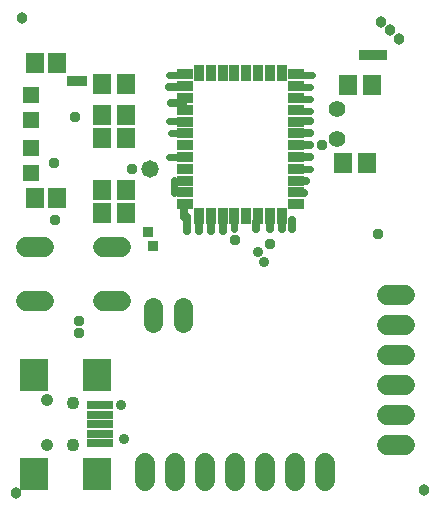
<source format=gts>
G75*
%MOIN*%
%OFA0B0*%
%FSLAX25Y25*%
%IPPOS*%
%LPD*%
%AMOC8*
5,1,8,0,0,1.08239X$1,22.5*
%
%ADD10C,0.02400*%
%ADD11C,0.02500*%
%ADD12C,0.03800*%
%ADD13C,0.06800*%
%ADD14R,0.05918X0.07099*%
%ADD15R,0.05524X0.05524*%
%ADD16C,0.05600*%
%ADD17R,0.05918X0.06706*%
%ADD18C,0.05800*%
%ADD19R,0.03556X0.05524*%
%ADD20R,0.05524X0.03556*%
%ADD21C,0.04146*%
%ADD22R,0.09461X0.10643*%
%ADD23R,0.08674X0.02769*%
%ADD24C,0.04343*%
%ADD25C,0.06200*%
%ADD26C,0.03700*%
%ADD27C,0.03578*%
%ADD28R,0.03700X0.03700*%
D10*
X0118433Y0129933D02*
X0118433Y0133933D01*
X0101933Y0153933D02*
X0096933Y0153933D01*
X0098433Y0146433D02*
X0098433Y0141933D01*
X0097433Y0161933D02*
X0102433Y0161933D01*
X0101933Y0165933D02*
X0096933Y0165933D01*
X0096933Y0181433D02*
X0101933Y0181433D01*
X0139433Y0181433D02*
X0144433Y0181433D01*
X0143933Y0177433D02*
X0139933Y0177433D01*
X0139933Y0173433D02*
X0143933Y0173433D01*
X0143933Y0169433D02*
X0139933Y0169433D01*
X0139433Y0149933D02*
X0143933Y0149933D01*
D11*
X0143933Y0153933D02*
X0139933Y0153933D01*
X0140433Y0157933D02*
X0143933Y0157933D01*
X0143933Y0161933D02*
X0140433Y0161933D01*
X0140933Y0165933D02*
X0143933Y0165933D01*
X0142433Y0145933D02*
X0140933Y0145933D01*
X0140933Y0141933D02*
X0141933Y0141933D01*
X0137933Y0132933D02*
X0137933Y0129933D01*
X0134433Y0129933D02*
X0134433Y0132933D01*
X0130433Y0133433D02*
X0130433Y0129933D01*
X0125933Y0129933D02*
X0125933Y0132433D01*
X0114933Y0132433D02*
X0114933Y0129433D01*
X0110933Y0129433D02*
X0110933Y0132433D01*
X0106933Y0132433D02*
X0106933Y0129433D01*
X0102933Y0129433D02*
X0102933Y0133933D01*
X0102433Y0133933D01*
X0101933Y0133933D02*
X0101933Y0138433D01*
X0101433Y0171933D02*
X0097433Y0171933D01*
X0096933Y0177433D02*
X0101433Y0177433D01*
D12*
X0045933Y0041933D03*
X0181933Y0042933D03*
X0173433Y0193433D03*
X0170433Y0196433D03*
X0167433Y0198933D03*
X0047933Y0200433D03*
D13*
X0049133Y0123833D02*
X0055133Y0123833D01*
X0055133Y0106033D02*
X0049133Y0106033D01*
X0074733Y0106033D02*
X0080733Y0106033D01*
X0080733Y0123833D02*
X0074733Y0123833D01*
X0088933Y0051933D02*
X0088933Y0045933D01*
X0098933Y0045933D02*
X0098933Y0051933D01*
X0108933Y0051933D02*
X0108933Y0045933D01*
X0118933Y0045933D02*
X0118933Y0051933D01*
X0128933Y0051933D02*
X0128933Y0045933D01*
X0138933Y0045933D02*
X0138933Y0051933D01*
X0148933Y0051933D02*
X0148933Y0045933D01*
X0169433Y0057933D02*
X0175433Y0057933D01*
X0175433Y0067933D02*
X0169433Y0067933D01*
X0169433Y0077933D02*
X0175433Y0077933D01*
X0175433Y0087933D02*
X0169433Y0087933D01*
X0169433Y0097933D02*
X0175433Y0097933D01*
X0175433Y0107933D02*
X0169433Y0107933D01*
D14*
X0162870Y0151933D03*
X0154996Y0151933D03*
X0156496Y0177933D03*
X0164370Y0177933D03*
X0082370Y0178433D03*
X0074496Y0178433D03*
X0074496Y0167933D03*
X0074496Y0160433D03*
X0082370Y0160433D03*
X0082370Y0167933D03*
X0082370Y0142933D03*
X0082370Y0135433D03*
X0074496Y0135433D03*
X0074496Y0142933D03*
D15*
X0050933Y0148799D03*
X0050933Y0157067D03*
X0050933Y0166299D03*
X0050933Y0174567D03*
D16*
X0152933Y0169933D03*
X0152933Y0159933D03*
D17*
X0059673Y0140433D03*
X0052193Y0140433D03*
X0052193Y0185433D03*
X0059673Y0185433D03*
D18*
X0090433Y0149933D03*
D19*
X0106874Y0134270D03*
X0110811Y0134270D03*
X0114748Y0134270D03*
X0118685Y0134270D03*
X0122622Y0134270D03*
X0126559Y0134270D03*
X0130496Y0134270D03*
X0134433Y0134270D03*
X0134433Y0181908D03*
X0130496Y0181908D03*
X0126559Y0181908D03*
X0122622Y0181908D03*
X0118685Y0181908D03*
X0114748Y0181908D03*
X0110811Y0181908D03*
X0106874Y0181908D03*
D20*
X0102150Y0181514D03*
X0102150Y0177577D03*
X0102150Y0173640D03*
X0102150Y0169703D03*
X0102150Y0165766D03*
X0102150Y0161829D03*
X0102150Y0157892D03*
X0102150Y0153955D03*
X0102150Y0150018D03*
X0102150Y0146081D03*
X0102150Y0142144D03*
X0102150Y0138207D03*
X0139157Y0138207D03*
X0139157Y0142144D03*
X0139157Y0146081D03*
X0139157Y0150018D03*
X0139157Y0153955D03*
X0139157Y0157892D03*
X0139157Y0161829D03*
X0139157Y0165766D03*
X0139157Y0169703D03*
X0139157Y0173640D03*
X0139157Y0177577D03*
X0139157Y0181514D03*
D21*
X0056094Y0072913D03*
X0056094Y0057953D03*
D22*
X0051941Y0048398D03*
X0072807Y0048398D03*
X0072807Y0081469D03*
X0051941Y0081469D03*
D23*
X0073791Y0071232D03*
X0073791Y0068083D03*
X0073791Y0064933D03*
X0073791Y0061783D03*
X0073791Y0058634D03*
D24*
X0064933Y0058043D03*
X0064933Y0071823D03*
D25*
X0091433Y0098733D02*
X0091433Y0104133D01*
X0101433Y0104133D02*
X0101433Y0098733D01*
D26*
X0118933Y0126433D03*
X0130433Y0124933D03*
X0147783Y0157933D03*
X0166433Y0128433D03*
X0084433Y0149933D03*
X0065433Y0167433D03*
X0058433Y0151933D03*
X0058933Y0132933D03*
X0066933Y0099433D03*
X0066933Y0095433D03*
D27*
X0080933Y0071433D03*
X0081767Y0059815D03*
X0128433Y0118933D03*
X0126494Y0122244D03*
D28*
X0091433Y0124433D03*
X0089933Y0128933D03*
X0067933Y0179433D03*
X0064433Y0179433D03*
X0161933Y0187933D03*
X0164933Y0187933D03*
X0167933Y0187933D03*
M02*

</source>
